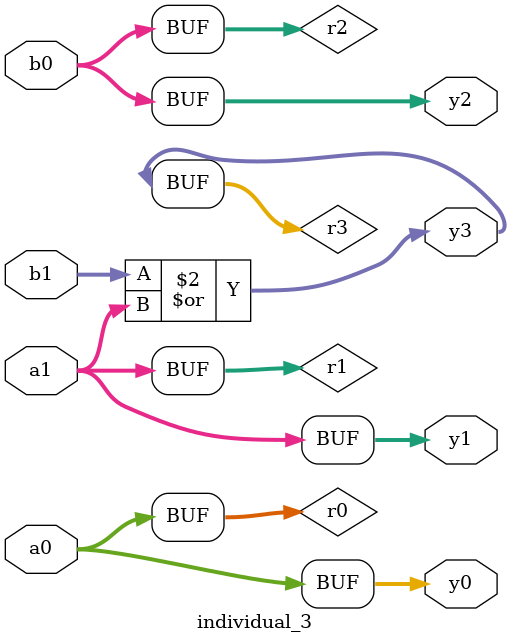
<source format=sv>
module individual_3(input logic [15:0] a1, input logic [15:0] a0, input logic [15:0] b1, input logic [15:0] b0, output logic [15:0] y3, output logic [15:0] y2, output logic [15:0] y1, output logic [15:0] y0);
logic [15:0] r0, r1, r2, r3; 
 always@(*) begin 
	 r0 = a0; r1 = a1; r2 = b0; r3 = b1; 
 	 r3  |=  r1 ;
 	 y3 = r3; y2 = r2; y1 = r1; y0 = r0; 
end
endmodule
</source>
